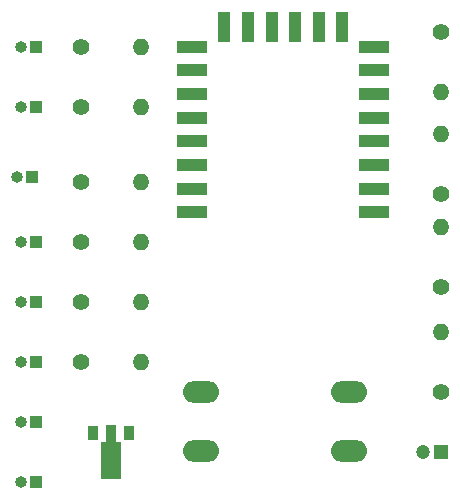
<source format=gbr>
%TF.GenerationSoftware,KiCad,Pcbnew,(5.1.10)-1*%
%TF.CreationDate,2023-02-11T08:53:15-05:00*%
%TF.ProjectId,Optitest,4f707469-7465-4737-942e-6b696361645f,rev?*%
%TF.SameCoordinates,Original*%
%TF.FileFunction,Soldermask,Top*%
%TF.FilePolarity,Negative*%
%FSLAX46Y46*%
G04 Gerber Fmt 4.6, Leading zero omitted, Abs format (unit mm)*
G04 Created by KiCad (PCBNEW (5.1.10)-1) date 2023-02-11 08:53:15*
%MOMM*%
%LPD*%
G01*
G04 APERTURE LIST*
%ADD10R,2.500000X1.100000*%
%ADD11R,1.100000X2.500000*%
%ADD12R,1.200000X1.200000*%
%ADD13C,1.200000*%
%ADD14C,1.400000*%
%ADD15O,1.400000X1.400000*%
%ADD16R,1.000000X1.000000*%
%ADD17O,1.000000X1.000000*%
%ADD18R,0.900000X1.300000*%
%ADD19C,0.100000*%
%ADD20O,3.048000X1.850000*%
G04 APERTURE END LIST*
D10*
%TO.C,U1*%
X126430000Y-81280000D03*
X126430000Y-79280000D03*
X126430000Y-77280000D03*
X126430000Y-75280000D03*
X126430000Y-73280000D03*
X126430000Y-71280000D03*
X126430000Y-69280000D03*
X126430000Y-67280000D03*
X111030000Y-67280000D03*
X111030000Y-69280000D03*
X111030000Y-71280000D03*
X111030000Y-73280000D03*
X111030000Y-75280000D03*
X111030000Y-77280000D03*
X111030000Y-79280000D03*
X111030000Y-81280000D03*
D11*
X123740000Y-65580000D03*
X121740000Y-65580000D03*
X119740000Y-65580000D03*
X117740000Y-65580000D03*
X115740000Y-65580000D03*
X113740000Y-65580000D03*
%TD*%
D12*
%TO.C,C1*%
X132080000Y-101600000D03*
D13*
X130580000Y-101600000D03*
%TD*%
D14*
%TO.C,R1*%
X101600000Y-83820000D03*
D15*
X106680000Y-83820000D03*
%TD*%
%TO.C,R2*%
X106680000Y-78740000D03*
D14*
X101600000Y-78740000D03*
%TD*%
%TO.C,R3*%
X101600000Y-72390000D03*
D15*
X106680000Y-72390000D03*
%TD*%
%TO.C,R4*%
X106680000Y-67310000D03*
D14*
X101600000Y-67310000D03*
%TD*%
D15*
%TO.C,R5*%
X132080000Y-91440000D03*
D14*
X132080000Y-96520000D03*
%TD*%
%TO.C,R6*%
X132080000Y-66040000D03*
D15*
X132080000Y-71120000D03*
%TD*%
D14*
%TO.C,R7*%
X101600000Y-88900000D03*
D15*
X106680000Y-88900000D03*
%TD*%
%TO.C,R8*%
X106680000Y-93980000D03*
D14*
X101600000Y-93980000D03*
%TD*%
%TO.C,R9*%
X132080000Y-87630000D03*
D15*
X132080000Y-82550000D03*
%TD*%
%TO.C,R10*%
X132080000Y-74660000D03*
D14*
X132080000Y-79740000D03*
%TD*%
D16*
%TO.C,J5*%
X97790000Y-88900000D03*
D17*
X96520000Y-88900000D03*
%TD*%
D18*
%TO.C,U2*%
X105640000Y-99950000D03*
X102640000Y-99950000D03*
D19*
G36*
X103273500Y-103900000D02*
G01*
X103273500Y-100775000D01*
X103690000Y-100775000D01*
X103690000Y-99300000D01*
X104590000Y-99300000D01*
X104590000Y-100775000D01*
X105006500Y-100775000D01*
X105006500Y-103900000D01*
X103273500Y-103900000D01*
G37*
%TD*%
D17*
%TO.C,BZ1*%
X96520000Y-99060000D03*
D16*
X97790000Y-99060000D03*
%TD*%
%TO.C,D1*%
X97790000Y-93980000D03*
D17*
X96520000Y-93980000D03*
%TD*%
D16*
%TO.C,J1*%
X97790000Y-83820000D03*
D17*
X96520000Y-83820000D03*
%TD*%
%TO.C,J2*%
X96175001Y-78335001D03*
D16*
X97445001Y-78335001D03*
%TD*%
%TO.C,J3*%
X97790000Y-72390000D03*
D17*
X96520000Y-72390000D03*
%TD*%
%TO.C,J4*%
X96520000Y-67310000D03*
D16*
X97790000Y-67310000D03*
%TD*%
%TO.C,J6*%
X97790000Y-104140000D03*
D17*
X96520000Y-104140000D03*
%TD*%
D20*
%TO.C,SW5*%
X124260000Y-96520000D03*
X124260000Y-101520000D03*
X111760000Y-96520000D03*
X111760000Y-101520000D03*
%TD*%
M02*

</source>
